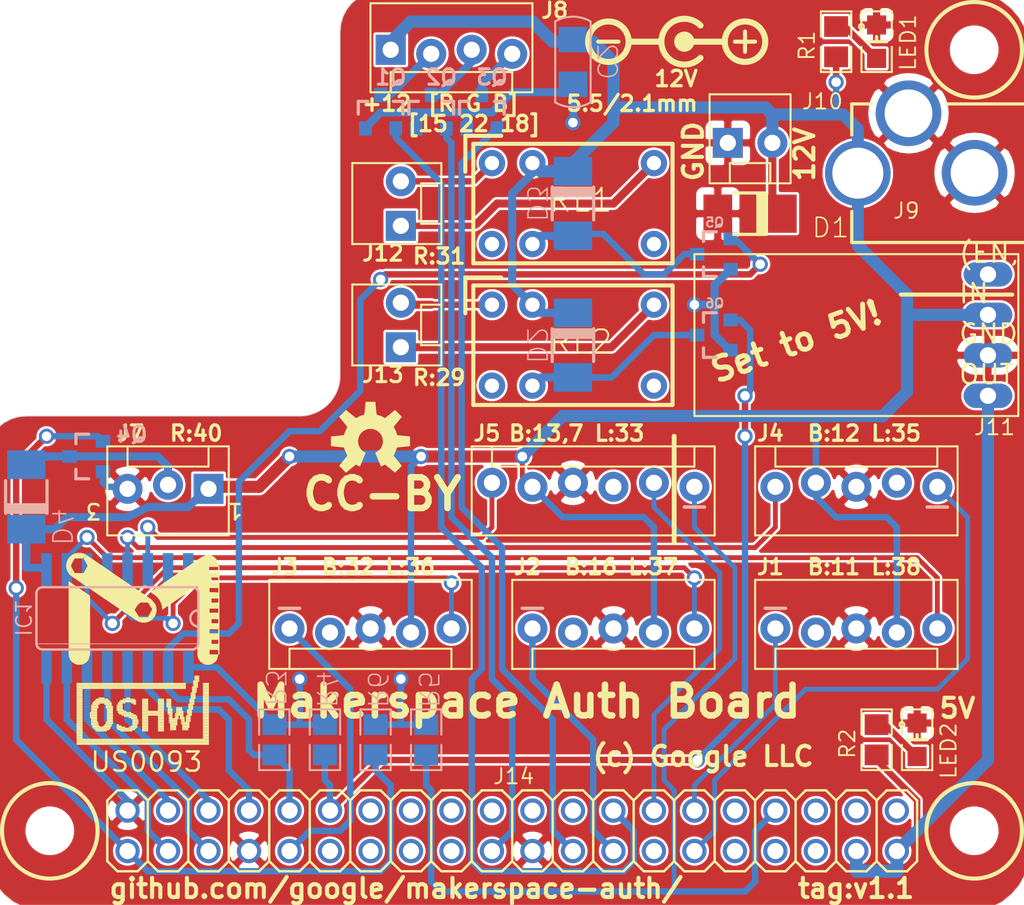
<source format=kicad_pcb>
(kicad_pcb (version 20171130) (host pcbnew 5.1.5+dfsg1-2~bpo10+1)
  (title_block (rev 1.1.0))
  (layers (0 Top signal hide) (31 Bottom signal hide) (34 B.Paste user hide) (35 F.Paste user hide) (36 B.SilkS user hide) (37 F.SilkS user) (38 B.Mask user hide) (39 F.Mask user hide) (44 Edge.Cuts user hide))
  (net 0 "")
  (net 1 GND)
  (net 2 +12V)
  (net 3 +5V)
  (net 4 /HC_LOGIC)
  (net 5 /L1_LOGIC)
  (net 6 /L2_LOGIC)
  (net 7 /L3_LOGIC)
  (net 8 /L4_LOGIC)
  (net 9 /L5_LOGIC)
  (net 10 /B3_LOGIC)
  (net 11 /L6_LOGIC)
  (net 12 "Net-(J14-Pad30)")
  (net 13 /L7_LOGIC)
  (net 14 "Net-(J14-Pad28)")
  (net 15 "Net-(J14-Pad27)")
  (net 16 "Net-(J14-Pad26)")
  (net 17 "Net-(J14-Pad25)")
  (net 18 "Net-(J14-Pad24)")
  (net 19 "Net-(J14-Pad23)")
  (net 20 /G_LOGIC)
  (net 21 "Net-(J14-Pad21)")
  (net 22 "Net-(J14-Pad19)")
  (net 23 /B_LOGIC)
  (net 24 "Net-(J14-Pad17)")
  (net 25 /B2_LOGIC)
  (net 26 /R_LOGIC)
  (net 27 "Net-(J14-Pad14)")
  (net 28 /B5_LOGIC)
  (net 29 /B4_LOGIC)
  (net 30 /B1_LOGIC)
  (net 31 /RXD)
  (net 32 "Net-(J14-Pad9)")
  (net 33 /TXD)
  (net 34 /B6_LOGIC)
  (net 35 "Net-(J14-Pad6)")
  (net 36 "Net-(J14-Pad5)")
  (net 37 "Net-(J14-Pad3)")
  (net 38 /+3V3)
  (net 39 /~L1)
  (net 40 /~L2)
  (net 41 /~L3)
  (net 42 /~L4)
  (net 43 /~L5)
  (net 44 /~L6)
  (net 45 "Net-(IC1-Pad16)")
  (net 46 "Net-(LED1-PadA)")
  (net 47 "Net-(LED2-PadA)")
  (net 48 "Net-(J1-Pad2)")
  (net 49 "Net-(J2-Pad2)")
  (net 50 "Net-(J3-Pad2)")
  (net 51 "Net-(J4-Pad2)")
  (net 52 "Net-(D4-PadA)")
  (net 53 "Net-(J11-PadEN)")
  (net 54 /~R)
  (net 55 /~G)
  (net 56 /~B)
  (net 57 "Net-(D3-PadA)")
  (net 58 "Net-(D2-PadA)")
  (net 59 "Net-(RL1-Pad6)")
  (net 60 "Net-(RL1-Pad4)")
  (net 61 "Net-(J12-Pad1)")
  (net 62 "Net-(J12-Pad2)")
  (net 63 "Net-(RL2-Pad6)")
  (net 64 "Net-(RL2-Pad4)")
  (net 65 "Net-(J13-Pad1)")
  (net 66 "Net-(J13-Pad2)")
  (net 67 "Net-(J5-Pad3)")
  (module "" (layer Top) (at 177.7492 128.8161)
    (fp_text reference @HOLE0 hide)
    (fp_text value "" (at 0 0) (layer F.SilkS) (effects (font (size 1.27 1.27))))
    (pad "" np_thru_hole circle (at 0 0) (size 2.7432 2.7432) (drill 2.7432) (layers *.Cu *.Mask))
  )
  (module "" (layer Top) (at 119.761 128.8161)
    (fp_text reference @HOLE1 hide)
    (fp_text value "" (at 0 0) (layer F.SilkS) (effects (font (size 1.27 1.27))))
    (pad "" np_thru_hole circle (at 0 0) (size 2.7432 2.7432) (drill 2.7432) (layers *.Cu *.Mask))
  )
  (module "" (layer Top) (at 177.7492 79.7941)
    (fp_text reference @HOLE2 hide)
    (fp_text value "" (at 0 0) (layer F.SilkS) (effects (font (size 1.27 1.27))))
    (pad "" np_thru_hole circle (at 0 0) (size 2.7432 2.7432) (drill 2.7432) (layers *.Cu *.Mask))
  )
  (module ms_auth_breakout:2X20 (layer Top) (at 148.7678 128.8161 180)
    (fp_text reference J14 (at 1.27 2.8575) (layer F.SilkS) (effects (font (size 0.9652 0.9652) (thickness 0.115824)) (justify left bottom)))
    (fp_text value PINHD-2X20)
    (pad 40 thru_hole circle (at 24.13 -1.27 180) (size 1.524 1.524) (drill 1.016) (layers *.Cu *.Mask) (net 4 /HC_LOGIC))
    (pad 39 thru_hole circle (at 24.13 1.27 180) (size 1.524 1.524) (drill 1.016) (layers *.Cu *.Mask) (net 1 GND))
    (pad 38 thru_hole circle (at 21.59 -1.27 180) (size 1.524 1.524) (drill 1.016) (layers *.Cu *.Mask) (net 5 /L1_LOGIC))
    (pad 37 thru_hole circle (at 21.59 1.27 180) (size 1.524 1.524) (drill 1.016) (layers *.Cu *.Mask) (net 6 /L2_LOGIC))
    (pad 36 thru_hole circle (at 19.05 -1.27 180) (size 1.524 1.524) (drill 1.016) (layers *.Cu *.Mask) (net 7 /L3_LOGIC))
    (pad 35 thru_hole circle (at 19.05 1.27 180) (size 1.524 1.524) (drill 1.016) (layers *.Cu *.Mask) (net 8 /L4_LOGIC))
    (pad 34 thru_hole circle (at 16.51 -1.27 180) (size 1.524 1.524) (drill 1.016) (layers *.Cu *.Mask) (net 1 GND))
    (pad 33 thru_hole circle (at 16.51 1.27 180) (size 1.524 1.524) (drill 1.016) (layers *.Cu *.Mask) (net 9 /L5_LOGIC))
    (pad 32 thru_hole circle (at 13.97 -1.27 180) (size 1.524 1.524) (drill 1.016) (layers *.Cu *.Mask) (net 10 /B3_LOGIC))
    (pad 31 thru_hole circle (at 13.97 1.27 180) (size 1.524 1.524) (drill 1.016) (layers *.Cu *.Mask) (net 11 /L6_LOGIC))
    (pad 30 thru_hole circle (at 11.43 -1.27 180) (size 1.524 1.524) (drill 1.016) (layers *.Cu *.Mask) (net 12 "Net-(J14-Pad30)"))
    (pad 29 thru_hole circle (at 11.43 1.27 180) (size 1.524 1.524) (drill 1.016) (layers *.Cu *.Mask) (net 13 /L7_LOGIC))
    (pad 28 thru_hole circle (at 8.89 -1.27 180) (size 1.524 1.524) (drill 1.016) (layers *.Cu *.Mask) (net 14 "Net-(J14-Pad28)"))
    (pad 27 thru_hole circle (at 8.89 1.27 180) (size 1.524 1.524) (drill 1.016) (layers *.Cu *.Mask) (net 15 "Net-(J14-Pad27)"))
    (pad 26 thru_hole circle (at 6.35 -1.27 180) (size 1.524 1.524) (drill 1.016) (layers *.Cu *.Mask) (net 16 "Net-(J14-Pad26)"))
    (pad 25 thru_hole circle (at 6.35 1.27 180) (size 1.524 1.524) (drill 1.016) (layers *.Cu *.Mask) (net 17 "Net-(J14-Pad25)"))
    (pad 24 thru_hole circle (at 3.81 -1.27 180) (size 1.524 1.524) (drill 1.016) (layers *.Cu *.Mask) (net 18 "Net-(J14-Pad24)"))
    (pad 23 thru_hole circle (at 3.81 1.27 180) (size 1.524 1.524) (drill 1.016) (layers *.Cu *.Mask) (net 19 "Net-(J14-Pad23)"))
    (pad 22 thru_hole circle (at 1.27 -1.27 180) (size 1.524 1.524) (drill 1.016) (layers *.Cu *.Mask) (net 20 /G_LOGIC))
    (pad 21 thru_hole circle (at 1.27 1.27 180) (size 1.524 1.524) (drill 1.016) (layers *.Cu *.Mask) (net 21 "Net-(J14-Pad21)"))
    (pad 20 thru_hole circle (at -1.27 -1.27 180) (size 1.524 1.524) (drill 1.016) (layers *.Cu *.Mask) (net 1 GND))
    (pad 19 thru_hole circle (at -1.27 1.27 180) (size 1.524 1.524) (drill 1.016) (layers *.Cu *.Mask) (net 22 "Net-(J14-Pad19)"))
    (pad 18 thru_hole circle (at -3.81 -1.27 180) (size 1.524 1.524) (drill 1.016) (layers *.Cu *.Mask) (net 23 /B_LOGIC))
    (pad 17 thru_hole circle (at -3.81 1.27 180) (size 1.524 1.524) (drill 1.016) (layers *.Cu *.Mask) (net 24 "Net-(J14-Pad17)"))
    (pad 16 thru_hole circle (at -6.35 -1.27 180) (size 1.524 1.524) (drill 1.016) (layers *.Cu *.Mask) (net 25 /B2_LOGIC))
    (pad 15 thru_hole circle (at -6.35 1.27 180) (size 1.524 1.524) (drill 1.016) (layers *.Cu *.Mask) (net 26 /R_LOGIC))
    (pad 14 thru_hole circle (at -8.89 -1.27 180) (size 1.524 1.524) (drill 1.016) (layers *.Cu *.Mask) (net 27 "Net-(J14-Pad14)"))
    (pad 13 thru_hole circle (at -8.89 1.27 180) (size 1.524 1.524) (drill 1.016) (layers *.Cu *.Mask) (net 28 /B5_LOGIC))
    (pad 12 thru_hole circle (at -11.43 -1.27 180) (size 1.524 1.524) (drill 1.016) (layers *.Cu *.Mask) (net 29 /B4_LOGIC))
    (pad 11 thru_hole circle (at -11.43 1.27 180) (size 1.524 1.524) (drill 1.016) (layers *.Cu *.Mask) (net 30 /B1_LOGIC))
    (pad 10 thru_hole circle (at -13.97 -1.27 180) (size 1.524 1.524) (drill 1.016) (layers *.Cu *.Mask) (net 31 /RXD))
    (pad 9 thru_hole circle (at -13.97 1.27 180) (size 1.524 1.524) (drill 1.016) (layers *.Cu *.Mask) (net 32 "Net-(J14-Pad9)"))
    (pad 8 thru_hole circle (at -16.51 -1.27 180) (size 1.524 1.524) (drill 1.016) (layers *.Cu *.Mask) (net 33 /TXD))
    (pad 7 thru_hole circle (at -16.51 1.27 180) (size 1.524 1.524) (drill 1.016) (layers *.Cu *.Mask) (net 34 /B6_LOGIC))
    (pad 6 thru_hole circle (at -19.05 -1.27 180) (size 1.524 1.524) (drill 1.016) (layers *.Cu *.Mask) (net 35 "Net-(J14-Pad6)"))
    (pad 5 thru_hole circle (at -19.05 1.27 180) (size 1.524 1.524) (drill 1.016) (layers *.Cu *.Mask) (net 36 "Net-(J14-Pad5)"))
    (pad 4 thru_hole circle (at -21.59 -1.27 180) (size 1.524 1.524) (drill 1.016) (layers *.Cu *.Mask) (net 3 +5V))
    (pad 3 thru_hole circle (at -21.59 1.27 180) (size 1.524 1.524) (drill 1.016) (layers *.Cu *.Mask) (net 37 "Net-(J14-Pad3)"))
    (pad 2 thru_hole circle (at -24.13 -1.27 180) (size 1.524 1.524) (drill 1.016) (layers *.Cu *.Mask) (net 3 +5V))
    (pad 1 thru_hole circle (at -24.13 1.27 180) (size 1.524 1.524) (drill 1.016) (layers *.Cu *.Mask) (net 38 /+3V3))
  )
  (module ms_auth_breakout:SO16 (layer Bottom) (at 124.0028 115.4811 180)
    (fp_text reference IC1 (at 6.5028 1.2811 270 unlocked) (layer B.SilkS) (effects (font (size 0.9652 0.9652) (thickness 0.115824)) (justify right bottom mirror)))
    (fp_text value ULN2003AD hide)
    (pad 9 smd rect (at 4.445 3.0734 180) (size 0.6604 2.032) (layers Bottom B.Paste B.Mask) (net 2 +12V))
    (pad 8 smd rect (at 4.445 -3.0734 180) (size 0.6604 2.032) (layers Bottom B.Paste B.Mask) (net 1 GND))
    (pad 10 smd rect (at 3.175 3.0734 180) (size 0.6604 2.032) (layers Bottom B.Paste B.Mask) (net 39 /~L1))
    (pad 11 smd rect (at 1.905 3.0734 180) (size 0.6604 2.032) (layers Bottom B.Paste B.Mask) (net 40 /~L2))
    (pad 7 smd rect (at 3.175 -3.0734 180) (size 0.6604 2.032) (layers Bottom B.Paste B.Mask) (net 5 /L1_LOGIC))
    (pad 6 smd rect (at 1.905 -3.0734 180) (size 0.6604 2.032) (layers Bottom B.Paste B.Mask) (net 6 /L2_LOGIC))
    (pad 12 smd rect (at 0.635 3.0734 180) (size 0.6604 2.032) (layers Bottom B.Paste B.Mask) (net 41 /~L3))
    (pad 5 smd rect (at 0.635 -3.0734 180) (size 0.6604 2.032) (layers Bottom B.Paste B.Mask) (net 7 /L3_LOGIC))
    (pad 13 smd rect (at -0.635 3.0734 180) (size 0.6604 2.032) (layers Bottom B.Paste B.Mask) (net 42 /~L4))
    (pad 4 smd rect (at -0.635 -3.0734 180) (size 0.6604 2.032) (layers Bottom B.Paste B.Mask) (net 8 /L4_LOGIC))
    (pad 14 smd rect (at -1.905 3.0734 180) (size 0.6604 2.032) (layers Bottom B.Paste B.Mask) (net 43 /~L5))
    (pad 15 smd rect (at -3.175 3.0734 180) (size 0.6604 2.032) (layers Bottom B.Paste B.Mask) (net 44 /~L6))
    (pad 3 smd rect (at -1.905 -3.0734 180) (size 0.6604 2.032) (layers Bottom B.Paste B.Mask) (net 9 /L5_LOGIC))
    (pad 2 smd rect (at -3.175 -3.0734 180) (size 0.6604 2.032) (layers Bottom B.Paste B.Mask) (net 11 /L6_LOGIC))
    (pad 16 smd rect (at -4.445 3.0734 180) (size 0.6604 2.032) (layers Bottom B.Paste B.Mask) (net 45 "Net-(IC1-Pad16)"))
    (pad 1 smd rect (at -4.445 -3.0734 180) (size 0.6604 2.032) (layers Bottom B.Paste B.Mask) (net 1 GND))
  )
  (module ms_auth_breakout:MOLEX-1X2_LOCK (layer Top) (at 162.4203 85.6361)
    (fp_text reference J10 (at 4.445 -2.032) (layer F.SilkS) (effects (font (size 0.9652 0.9652) (thickness 0.115824)) (justify left bottom)))
    (fp_text value CONN_02POLAR_LOCK)
    (pad 2 thru_hole circle (at 2.667 0) (size 1.8796 1.8796) (drill 1.016) (layers *.Cu *.Mask) (net 2 +12V))
    (pad 1 thru_hole rect (at -0.127 0) (size 1.8796 1.8796) (drill 1.016) (layers *.Cu *.Mask) (net 1 GND))
  )
  (module ms_auth_breakout:DO-214AC (layer Top) (at 163.6903 90.0811 180)
    (fp_text reference D1 (at -3.81 -1.5875) (layer F.SilkS) (effects (font (size 1.2065 1.2065) (thickness 0.09652)) (justify left bottom)))
    (fp_text value DIODE-DO-214AC)
    (pad A smd rect (at 2.025 0) (size 1.8 2.4) (layers Top F.Paste F.Mask) (net 1 GND))
    (pad C smd rect (at -2.025 0 180) (size 1.8 2.4) (layers Top F.Paste F.Mask) (net 2 +12V))
  )
  (module ms_auth_breakout:CHIPLED_0805 (layer Top) (at 171.6278 79.2861)
    (fp_text reference LED1 (at 2.54 1.905 90) (layer F.SilkS) (effects (font (size 0.9652 0.9652) (thickness 0.115824)) (justify left bottom)))
    (fp_text value LED hide)
    (pad A smd rect (at 0 1.05) (size 1.2 1.2) (layers Top F.Paste F.Mask) (net 46 "Net-(LED1-PadA)"))
    (pad C smd rect (at 0 -1.05) (size 1.2 1.2) (layers Top F.Paste F.Mask) (net 1 GND))
  )
  (module ms_auth_breakout:CHIPLED_0805 (layer Top) (at 174.1678 123.1011)
    (fp_text reference LED2 (at 2.54 2.54 90) (layer F.SilkS) (effects (font (size 0.9652 0.9652) (thickness 0.115824)) (justify left bottom)))
    (fp_text value LED hide)
    (pad A smd rect (at 0 1.05) (size 1.2 1.2) (layers Top F.Paste F.Mask) (net 47 "Net-(LED2-PadA)"))
    (pad C smd rect (at 0 -1.05) (size 1.2 1.2) (layers Top F.Paste F.Mask) (net 1 GND))
  )
  (module ms_auth_breakout:R0805 (layer Top) (at 171.6278 123.1011 270)
    (fp_text reference R2 (at 1.27 1.27 90) (layer F.SilkS) (effects (font (size 0.9652 0.9652) (thickness 0.115824)) (justify left bottom)))
    (fp_text value 560 hide)
    (pad 2 smd rect (at 0.95 0 270) (size 1.3 1.5) (layers Top F.Paste F.Mask) (net 3 +5V))
    (pad 1 smd rect (at -0.95 0 270) (size 1.3 1.5) (layers Top F.Paste F.Mask) (net 47 "Net-(LED2-PadA)"))
  )
  (module ms_auth_breakout:R0805 (layer Top) (at 169.0878 79.2861 270)
    (fp_text reference R1 (at 1.27 1.27 90) (layer F.SilkS) (effects (font (size 0.9652 0.9652) (thickness 0.115824)) (justify left bottom)))
    (fp_text value 1k hide)
    (pad 2 smd rect (at 0.95 0 270) (size 1.3 1.5) (layers Top F.Paste F.Mask) (net 2 +12V))
    (pad 1 smd rect (at -0.95 0 270) (size 1.3 1.5) (layers Top F.Paste F.Mask) (net 46 "Net-(LED1-PadA)"))
  )
  (module ms_auth_breakout:MOLEX-1X5_LOCK (layer Top) (at 165.2778 116.1161)
    (fp_text reference J1 (at -1.27 -3.302) (layer F.SilkS) (effects (font (size 0.9652 0.9652) (thickness 0.19304)) (justify left bottom)))
    (fp_text value CONN_05POLAR_LOCK)
    (pad 5 thru_hole circle (at 10.16 0) (size 1.8796 1.8796) (drill 1.016) (layers *.Cu *.Mask) (net 39 /~L1))
    (pad 4 thru_hole circle (at 7.62 0.254) (size 1.8796 1.8796) (drill 1.016) (layers *.Cu *.Mask) (net 2 +12V))
    (pad 3 thru_hole circle (at 5.08 0) (size 1.8796 1.8796) (drill 1.016) (layers *.Cu *.Mask) (net 1 GND))
    (pad 2 thru_hole circle (at 2.54 0.254) (size 1.8796 1.8796) (drill 1.016) (layers *.Cu *.Mask) (net 48 "Net-(J1-Pad2)"))
    (pad 1 thru_hole circle (at 0 0) (size 1.8796 1.8796) (drill 1.016) (layers *.Cu *.Mask) (net 30 /B1_LOGIC))
  )
  (module ms_auth_breakout:MOLEX-1X5_LOCK (layer Top) (at 150.0378 116.1161)
    (fp_text reference J2 (at -1.27 -3.302) (layer F.SilkS) (effects (font (size 0.9652 0.9652) (thickness 0.19304)) (justify left bottom)))
    (fp_text value CONN_05POLAR_LOCK)
    (pad 5 thru_hole circle (at 10.16 0) (size 1.8796 1.8796) (drill 1.016) (layers *.Cu *.Mask) (net 40 /~L2))
    (pad 4 thru_hole circle (at 7.62 0.254) (size 1.8796 1.8796) (drill 1.016) (layers *.Cu *.Mask) (net 2 +12V))
    (pad 3 thru_hole circle (at 5.08 0) (size 1.8796 1.8796) (drill 1.016) (layers *.Cu *.Mask) (net 1 GND))
    (pad 2 thru_hole circle (at 2.54 0.254) (size 1.8796 1.8796) (drill 1.016) (layers *.Cu *.Mask) (net 49 "Net-(J2-Pad2)"))
    (pad 1 thru_hole circle (at 0 0) (size 1.8796 1.8796) (drill 1.016) (layers *.Cu *.Mask) (net 25 /B2_LOGIC))
  )
  (module ms_auth_breakout:MOLEX-1X5_LOCK (layer Top) (at 134.7978 116.1161)
    (fp_text reference J3 (at -1.27 -3.302) (layer F.SilkS) (effects (font (size 0.9652 0.9652) (thickness 0.19304)) (justify left bottom)))
    (fp_text value CONN_05POLAR_LOCK)
    (pad 5 thru_hole circle (at 10.16 0) (size 1.8796 1.8796) (drill 1.016) (layers *.Cu *.Mask) (net 41 /~L3))
    (pad 4 thru_hole circle (at 7.62 0.254) (size 1.8796 1.8796) (drill 1.016) (layers *.Cu *.Mask) (net 2 +12V))
    (pad 3 thru_hole circle (at 5.08 0) (size 1.8796 1.8796) (drill 1.016) (layers *.Cu *.Mask) (net 1 GND))
    (pad 2 thru_hole circle (at 2.54 0.254) (size 1.8796 1.8796) (drill 1.016) (layers *.Cu *.Mask) (net 50 "Net-(J3-Pad2)"))
    (pad 1 thru_hole circle (at 0 0) (size 1.8796 1.8796) (drill 1.016) (layers *.Cu *.Mask) (net 10 /B3_LOGIC))
  )
  (module ms_auth_breakout:MOLEX-1X5_LOCK (layer Top) (at 175.4378 107.2261 180)
    (fp_text reference J4 (at 11.43 2.794) (layer F.SilkS) (effects (font (size 0.9652 0.9652) (thickness 0.19304)) (justify left bottom)))
    (fp_text value CONN_05POLAR_LOCK)
    (pad 5 thru_hole circle (at 10.16 0 180) (size 1.8796 1.8796) (drill 1.016) (layers *.Cu *.Mask) (net 42 /~L4))
    (pad 4 thru_hole circle (at 7.62 0.254 180) (size 1.8796 1.8796) (drill 1.016) (layers *.Cu *.Mask) (net 2 +12V))
    (pad 3 thru_hole circle (at 5.08 0 180) (size 1.8796 1.8796) (drill 1.016) (layers *.Cu *.Mask) (net 1 GND))
    (pad 2 thru_hole circle (at 2.54 0.254 180) (size 1.8796 1.8796) (drill 1.016) (layers *.Cu *.Mask) (net 51 "Net-(J4-Pad2)"))
    (pad 1 thru_hole circle (at 0 0 180) (size 1.8796 1.8796) (drill 1.016) (layers *.Cu *.Mask) (net 29 /B4_LOGIC))
  )
  (module ms_auth_breakout:MOLEX-1X3_LOCK (layer Top) (at 129.7178 107.2261 180)
    (fp_text reference J7 (at 5.842 2.794) (layer F.SilkS) (effects (font (size 0.9652 0.9652) (thickness 0.19304)) (justify left bottom)))
    (fp_text value CONN_03POLAR_LOCK)
    (pad 3 thru_hole circle (at 5.08 -0.127 180) (size 1.8796 1.8796) (drill 1.016) (layers *.Cu *.Mask) (net 1 GND))
    (pad 2 thru_hole circle (at 2.54 0.127 180) (size 1.8796 1.8796) (drill 1.016) (layers *.Cu *.Mask) (net 52 "Net-(D4-PadA)"))
    (pad 1 thru_hole rect (at 0 -0.127 180) (size 1.8796 1.8796) (drill 1.016) (layers *.Cu *.Mask) (net 2 +12V))
  )
  (module ms_auth_breakout:POWER_JACK_PTH_LOCK (layer Top) (at 184.3278 87.5411 90)
    (fp_text reference J9 (at -2.921 -11.7348) (layer F.SilkS) (effects (font (size 0.9652 0.9652) (thickness 0.115824)) (justify left bottom)))
    (fp_text value POWER_JACKPTH_LOCK hide)
    (pad GNDBREAK thru_hole circle (at 3.7616 -10.7 180) (size 4.1148 4.1148) (drill 2.9972) (layers *.Cu *.Mask) (net 1 GND))
    (pad GND thru_hole circle (at 0.0254 -6.557 90) (size 4.1148 4.1148) (drill 2.9972) (layers *.Cu *.Mask) (net 1 GND))
    (pad PWR thru_hole circle (at 0 -13.8778 90) (size 4.1148 4.1148) (drill 3.2) (layers *.Cu *.Mask) (net 2 +12V))
  )
  (module ms_auth_breakout:C1206 (layer Bottom) (at 152.5778 80.5561 270)
    (fp_text reference C2 (at -1.27 -1.4222 270 unlocked) (layer B.SilkS) (effects (font (size 1.2065 1.2065) (thickness 0.09652)) (justify right bottom mirror)))
    (fp_text value 47u)
    (pad 2 smd rect (at 1.4 0 270) (size 1.6 1.8) (layers Bottom B.Paste B.Mask) (net 1 GND))
    (pad 1 smd rect (at -1.4 0 270) (size 1.6 1.8) (layers Bottom B.Paste B.Mask) (net 2 +12V))
  )
  (module ms_auth_breakout:MS_LOGO_VECTOR (layer Top) (at 120.5103 118.6561)
    (fp_text reference U$1 hide)
    (fp_text value MS_LOGO hide)
  )
  (module ms_auth_breakout:BUCK_HORIZONTAL (layer Top) (at 178.6128 98.9711 180)
    (fp_text reference J11 hide)
    (fp_text value BUCK_MODULEHORIZONTAL hide)
    (fp_text user "(EN, float)" (at 1.905 5.715 180) (layer F.SilkS) (effects (font (size 1.2065 1.2065) (thickness 0.1524)) (justify left bottom)))
    (fp_text user OUT (at 1.905 -1.905 180) (layer F.SilkS) (effects (font (size 1.2065 1.2065) (thickness 0.1524)) (justify left bottom)))
    (fp_text user GND (at 1.905 0.635 180) (layer F.SilkS) (effects (font (size 1.2065 1.2065) (thickness 0.1524)) (justify left bottom)))
    (fp_text user IN (at 1.905 3.175 180) (layer F.SilkS) (effects (font (size 1.2065 1.2065) (thickness 0.1524)) (justify left bottom)))
    (pad EN thru_hole oval (at 0 5.08 180) (size 3.048 1.524) (drill 1.016) (layers *.Cu *.Mask) (net 53 "Net-(J11-PadEN)"))
    (pad IN thru_hole oval (at 0 2.54 180) (size 3.048 1.524) (drill 1.016) (layers *.Cu *.Mask) (net 2 +12V))
    (pad GND thru_hole oval (at 0 0 180) (size 3.048 1.524) (drill 1.016) (layers *.Cu *.Mask) (net 1 GND))
    (pad OUT thru_hole oval (at 0 -2.54 180) (size 3.048 1.524) (drill 1.016) (layers *.Cu *.Mask) (net 3 +5V))
  )
  (module ms_auth_breakout:SOT23-3 (layer Bottom) (at 140.5128 83.7311 180)
    (fp_text reference Q1 (at -0.635 1.651) (layer B.SilkS) (effects (font (size 0.9652 0.9652) (thickness 0.19304)) (justify bottom mirror)))
    (fp_text value DMN3023L)
    (pad 3 smd rect (at 0 1.1 180) (size 0.8 0.9) (layers Bottom B.Paste B.Mask) (net 54 /~R))
    (pad 2 smd rect (at 0.95 -1 180) (size 0.8 0.9) (layers Bottom B.Paste B.Mask) (net 1 GND))
    (pad 1 smd rect (at -0.95 -1 180) (size 0.8 0.9) (layers Bottom B.Paste B.Mask) (net 26 /R_LOGIC))
  )
  (module ms_auth_breakout:SOT23-3 (layer Bottom) (at 143.6878 83.7311 180)
    (fp_text reference Q2 (at -0.635 1.651) (layer B.SilkS) (effects (font (size 0.9652 0.9652) (thickness 0.19304)) (justify bottom mirror)))
    (fp_text value DMN3023L)
    (pad 3 smd rect (at 0 1.1 180) (size 0.8 0.9) (layers Bottom B.Paste B.Mask) (net 55 /~G))
    (pad 2 smd rect (at 0.95 -1 180) (size 0.8 0.9) (layers Bottom B.Paste B.Mask) (net 1 GND))
    (pad 1 smd rect (at -0.95 -1 180) (size 0.8 0.9) (layers Bottom B.Paste B.Mask) (net 20 /G_LOGIC))
  )
  (module ms_auth_breakout:SOT23-3 (layer Bottom) (at 146.8628 83.7311 180)
    (fp_text reference Q3 (at -0.635 1.651) (layer B.SilkS) (effects (font (size 0.9652 0.9652) (thickness 0.19304)) (justify bottom mirror)))
    (fp_text value DMN3023L)
    (pad 3 smd rect (at 0 1.1 180) (size 0.8 0.9) (layers Bottom B.Paste B.Mask) (net 56 /~B))
    (pad 2 smd rect (at 0.95 -1 180) (size 0.8 0.9) (layers Bottom B.Paste B.Mask) (net 1 GND))
    (pad 1 smd rect (at -0.95 -1 180) (size 0.8 0.9) (layers Bottom B.Paste B.Mask) (net 23 /B_LOGIC))
  )
  (module ms_auth_breakout:SOT23-3 (layer Bottom) (at 122.0978 105.3211 270)
    (fp_text reference Q4 (at -0.8211 -2.8022 180) (layer B.SilkS) (effects (font (size 0.9652 0.9652) (thickness 0.19304)) (justify bottom mirror)))
    (fp_text value DMN3023L)
    (pad 3 smd rect (at 0 1.1 270) (size 0.8 0.9) (layers Bottom B.Paste B.Mask) (net 52 "Net-(D4-PadA)"))
    (pad 2 smd rect (at 0.95 -1 270) (size 0.8 0.9) (layers Bottom B.Paste B.Mask) (net 1 GND))
    (pad 1 smd rect (at -0.95 -1 270) (size 0.8 0.9) (layers Bottom B.Paste B.Mask) (net 4 /HC_LOGIC))
  )
  (module ms_auth_breakout:OSHW-LOGO-M (layer Top) (at 139.8778 104.3686)
    (fp_text reference LOGO1 hide)
    (fp_text value OSHW-LOGOM hide)
  )
  (module ms_auth_breakout:SOT23-3 (layer Bottom) (at 161.4678 92.6211 270)
    (fp_text reference Q5 (at -1.651 0 180) (layer B.SilkS) (effects (font (size 0.57912 0.57912) (thickness 0.12192)) (justify bottom mirror)))
    (fp_text value DMN3023L)
    (pad 3 smd rect (at 0 1.1 270) (size 0.8 0.9) (layers Bottom B.Paste B.Mask) (net 57 "Net-(D3-PadA)"))
    (pad 2 smd rect (at 0.95 -1 270) (size 0.8 0.9) (layers Bottom B.Paste B.Mask) (net 1 GND))
    (pad 1 smd rect (at -0.95 -1 270) (size 0.8 0.9) (layers Bottom B.Paste B.Mask) (net 11 /L6_LOGIC))
  )
  (module ms_auth_breakout:SOT23-3 (layer Bottom) (at 161.4678 97.7011 270)
    (fp_text reference Q6 (at -1.651 0 180) (layer B.SilkS) (effects (font (size 0.57912 0.57912) (thickness 0.12192)) (justify bottom mirror)))
    (fp_text value DMN3023L)
    (pad 3 smd rect (at 0 1.1 270) (size 0.8 0.9) (layers Bottom B.Paste B.Mask) (net 58 "Net-(D2-PadA)"))
    (pad 2 smd rect (at 0.95 -1 270) (size 0.8 0.9) (layers Bottom B.Paste B.Mask) (net 1 GND))
    (pad 1 smd rect (at -0.95 -1 270) (size 0.8 0.9) (layers Bottom B.Paste B.Mask) (net 13 /L7_LOGIC))
  )
  (module ms_auth_breakout:HFD23 (layer Top) (at 152.5778 89.4461)
    (fp_text reference RL1 (at -1.5875 0.635) (layer F.SilkS) (effects (font (size 1.4478 1.4478) (thickness 0.115824)) (justify left bottom)))
    (fp_text value HFD23_SPDT hide)
    (pad 6 thru_hole circle (at -5.08 2.54) (size 1.651 1.651) (drill 0.9) (layers *.Cu *.Mask) (net 59 "Net-(RL1-Pad6)"))
    (pad 5 thru_hole circle (at -2.54 2.54) (size 1.651 1.651) (drill 0.9) (layers *.Cu *.Mask) (net 57 "Net-(D3-PadA)"))
    (pad 4 thru_hole circle (at 5.08 2.54) (size 1.651 1.651) (drill 0.9) (layers *.Cu *.Mask) (net 60 "Net-(RL1-Pad4)"))
    (pad 3 thru_hole circle (at 5.08 -2.54) (size 1.651 1.651) (drill 0.9) (layers *.Cu *.Mask) (net 61 "Net-(J12-Pad1)"))
    (pad 2 thru_hole circle (at -2.54 -2.54) (size 1.651 1.651) (drill 0.9) (layers *.Cu *.Mask) (net 2 +12V))
    (pad 1 thru_hole circle (at -5.08 -2.54) (size 1.651 1.651) (drill 0.9) (layers *.Cu *.Mask) (net 62 "Net-(J12-Pad2)"))
  )
  (module ms_auth_breakout:HFD23 (layer Top) (at 152.5778 98.3361)
    (fp_text reference RL2 (at -1.5875 0.635) (layer F.SilkS) (effects (font (size 1.4478 1.4478) (thickness 0.115824)) (justify left bottom)))
    (fp_text value HFD23_SPDT hide)
    (pad 6 thru_hole circle (at -5.08 2.54) (size 1.651 1.651) (drill 0.9) (layers *.Cu *.Mask) (net 63 "Net-(RL2-Pad6)"))
    (pad 5 thru_hole circle (at -2.54 2.54) (size 1.651 1.651) (drill 0.9) (layers *.Cu *.Mask) (net 58 "Net-(D2-PadA)"))
    (pad 4 thru_hole circle (at 5.08 2.54) (size 1.651 1.651) (drill 0.9) (layers *.Cu *.Mask) (net 64 "Net-(RL2-Pad4)"))
    (pad 3 thru_hole circle (at 5.08 -2.54) (size 1.651 1.651) (drill 0.9) (layers *.Cu *.Mask) (net 65 "Net-(J13-Pad1)"))
    (pad 2 thru_hole circle (at -2.54 -2.54) (size 1.651 1.651) (drill 0.9) (layers *.Cu *.Mask) (net 2 +12V))
    (pad 1 thru_hole circle (at -5.08 -2.54) (size 1.651 1.651) (drill 0.9) (layers *.Cu *.Mask) (net 66 "Net-(J13-Pad2)"))
  )
  (module ms_auth_breakout:MOLEX-1X2_LOCK (layer Top) (at 141.7828 98.3361 90)
    (fp_text reference J13 (at -2.413 -2.54) (layer F.SilkS) (effects (font (size 0.9652 0.9652) (thickness 0.19304)) (justify left bottom)))
    (fp_text value CONN_02POLAR_LOCK)
    (pad 2 thru_hole circle (at 2.667 0 90) (size 1.8796 1.8796) (drill 1.016) (layers *.Cu *.Mask) (net 66 "Net-(J13-Pad2)"))
    (pad 1 thru_hole rect (at -0.127 0 90) (size 1.8796 1.8796) (drill 1.016) (layers *.Cu *.Mask) (net 65 "Net-(J13-Pad1)"))
  )
  (module ms_auth_breakout:MOLEX-1X2_LOCK (layer Top) (at 141.7828 90.7161 90)
    (fp_text reference J12 (at -2.413 -2.54) (layer F.SilkS) (effects (font (size 0.9652 0.9652) (thickness 0.19304)) (justify left bottom)))
    (fp_text value CONN_02POLAR_LOCK)
    (pad 2 thru_hole circle (at 2.667 0 90) (size 1.8796 1.8796) (drill 1.016) (layers *.Cu *.Mask) (net 62 "Net-(J12-Pad2)"))
    (pad 1 thru_hole rect (at -0.127 0 90) (size 1.8796 1.8796) (drill 1.016) (layers *.Cu *.Mask) (net 61 "Net-(J12-Pad1)"))
  )
  (module ms_auth_breakout:MOLEX-1X4_LOCK (layer Top) (at 141.1478 79.9211)
    (fp_text reference J8 (at 9.3345 -2.032) (layer F.SilkS) (effects (font (size 0.9652 0.9652) (thickness 0.19304)) (justify left bottom)))
    (fp_text value CONN_04POLAR_LOCK)
    (pad 4 thru_hole circle (at 7.62 0.127) (size 1.8796 1.8796) (drill 1.016) (layers *.Cu *.Mask) (net 56 /~B))
    (pad 3 thru_hole circle (at 5.08 -0.127) (size 1.8796 1.8796) (drill 1.016) (layers *.Cu *.Mask) (net 55 /~G))
    (pad 2 thru_hole circle (at 2.54 0.127) (size 1.8796 1.8796) (drill 1.016) (layers *.Cu *.Mask) (net 54 /~R))
    (pad 1 thru_hole rect (at 0 -0.127) (size 1.8796 1.8796) (drill 1.016) (layers *.Cu *.Mask) (net 2 +12V))
  )
  (module ms_auth_breakout:DO-214AC (layer Bottom) (at 152.5778 98.3361 270)
    (fp_text reference D2 (at -1.2361 2.9778 270 unlocked) (layer B.SilkS) (effects (font (size 1.2065 1.2065) (thickness 0.09652)) (justify right bottom mirror)))
    (fp_text value DIODE-DO-214AC)
    (pad A smd rect (at 2.025 0 90) (size 1.8 2.4) (layers Bottom B.Paste B.Mask) (net 58 "Net-(D2-PadA)"))
    (pad C smd rect (at -2.025 0 270) (size 1.8 2.4) (layers Bottom B.Paste B.Mask) (net 2 +12V))
  )
  (module ms_auth_breakout:DO-214AC (layer Bottom) (at 152.5778 89.4461 270)
    (fp_text reference D3 (at -1.2461 2.9778 270 unlocked) (layer B.SilkS) (effects (font (size 1.2065 1.2065) (thickness 0.09652)) (justify right bottom mirror)))
    (fp_text value DIODE-DO-214AC)
    (pad A smd rect (at 2.025 0 90) (size 1.8 2.4) (layers Bottom B.Paste B.Mask) (net 57 "Net-(D3-PadA)"))
    (pad C smd rect (at -2.025 0 270) (size 1.8 2.4) (layers Bottom B.Paste B.Mask) (net 2 +12V))
  )
  (module ms_auth_breakout:DO-214AC (layer Bottom) (at 118.2878 107.8611 90)
    (fp_text reference D4 (at -0.6389 1.5122 270 unlocked) (layer B.SilkS) (effects (font (size 1.2065 1.2065) (thickness 0.1016)) (justify right bottom mirror)))
    (fp_text value DIODE-DO-214AC)
    (pad A smd rect (at 2.025 0 270) (size 1.8 2.4) (layers Bottom B.Paste B.Mask) (net 52 "Net-(D4-PadA)"))
    (pad C smd rect (at -2.025 0 90) (size 1.8 2.4) (layers Bottom B.Paste B.Mask) (net 2 +12V))
  )
  (module ms_auth_breakout:R0805 (layer Bottom) (at 133.8453 123.1011 270)
    (fp_text reference R3 (at -4.5011 0.6453 270 unlocked) (layer B.SilkS) (effects (font (size 1.2065 1.2065) (thickness 0.09652)) (justify right bottom mirror)))
    (fp_text value 10k)
    (pad 2 smd rect (at 0.95 0 270) (size 1.3 1.5) (layers Bottom B.Paste B.Mask) (net 11 /L6_LOGIC))
    (pad 1 smd rect (at -0.95 0 270) (size 1.3 1.5) (layers Bottom B.Paste B.Mask) (net 1 GND))
  )
  (module ms_auth_breakout:R0805 (layer Bottom) (at 137.0203 123.1011 270)
    (fp_text reference R4 (at -4.4011 0.6203 270 unlocked) (layer B.SilkS) (effects (font (size 1.2065 1.2065) (thickness 0.09652)) (justify right bottom mirror)))
    (fp_text value 10k)
    (pad 2 smd rect (at 0.95 0 270) (size 1.3 1.5) (layers Bottom B.Paste B.Mask) (net 13 /L7_LOGIC))
    (pad 1 smd rect (at -0.95 0 270) (size 1.3 1.5) (layers Bottom B.Paste B.Mask) (net 1 GND))
  )
  (module ms_auth_breakout:R0805 (layer Bottom) (at 143.3703 123.1011 270)
    (fp_text reference R5 (at -4.4011 0.5703 270 unlocked) (layer B.SilkS) (effects (font (size 1.2065 1.2065) (thickness 0.09652)) (justify right bottom mirror)))
    (fp_text value 10k)
    (pad 2 smd rect (at 0.95 0 270) (size 1.3 1.5) (layers Bottom B.Paste B.Mask) (net 34 /B6_LOGIC))
    (pad 1 smd rect (at -0.95 0 270) (size 1.3 1.5) (layers Bottom B.Paste B.Mask) (net 1 GND))
  )
  (module ms_auth_breakout:R0805 (layer Bottom) (at 140.1953 123.1011 270)
    (fp_text reference R6 (at -4.4011 0.5953 270 unlocked) (layer B.SilkS) (effects (font (size 1.2065 1.2065) (thickness 0.09652)) (justify right bottom mirror)))
    (fp_text value 10k)
    (pad 2 smd rect (at 0.95 0 270) (size 1.3 1.5) (layers Bottom B.Paste B.Mask) (net 4 /HC_LOGIC))
    (pad 1 smd rect (at -0.95 0 270) (size 1.3 1.5) (layers Bottom B.Paste B.Mask) (net 1 GND))
  )
  (module ms_auth_breakout:MOLEX-1X6_LOCK (layer Top) (at 160.1978 107.2261 180)
    (fp_text reference J5 (at 13.97 2.794) (layer F.SilkS) (effects (font (size 0.9652 0.9652) (thickness 0.19304)) (justify left bottom)))
    (fp_text value CONN_06POLAR_LOCK)
    (pad 6 thru_hole circle (at 12.7 0.254 180) (size 1.8796 1.8796) (drill 1.016) (layers *.Cu *.Mask) (net 43 /~L5))
    (pad 5 thru_hole circle (at 10.16 0 180) (size 1.8796 1.8796) (drill 1.016) (layers *.Cu *.Mask) (net 2 +12V))
    (pad 4 thru_hole circle (at 7.62 0.254 180) (size 1.8796 1.8796) (drill 1.016) (layers *.Cu *.Mask) (net 1 GND))
    (pad 3 thru_hole circle (at 5.08 0 180) (size 1.8796 1.8796) (drill 1.016) (layers *.Cu *.Mask) (net 67 "Net-(J5-Pad3)"))
    (pad 2 thru_hole circle (at 2.54 0.254 180) (size 1.8796 1.8796) (drill 1.016) (layers *.Cu *.Mask) (net 28 /B5_LOGIC))
    (pad 1 thru_hole circle (at 0 0 180) (size 1.8796 1.8796) (drill 1.016) (layers *.Cu *.Mask) (net 34 /B6_LOGIC))
  )
  (module ms_auth_breakout:CERT-SMALL-SILK (layer Top) (at 125.5903 123.4186)
    (fp_text reference U$2 hide)
    (fp_text value US0093 (at -3.369943 1.778) (layer F.SilkS) (effects (font (size 1.2065 1.2065) (thickness 0.1524)) (justify left bottom)))
  )
  (gr_arc (start 119.5578 130.0861) (end 115.7478 130.0861) (angle -90) (layer Edge.Cuts) (width 0.05))
  (gr_line (start 119.5578 133.8961) (end 177.3428 133.8961) (layer Edge.Cuts) (width 0.05))
  (gr_arc (start 177.3936 130.0353) (end 177.3428 133.8961) (angle -90) (layer Edge.Cuts) (width 0.05))
  (gr_line (start 181.2544 130.0861) (end 181.2544 79.9211) (layer Edge.Cuts) (width 0.05))
  (gr_arc (start 177.3936 79.9719) (end 181.2544 79.9211) (angle -90) (layer Edge.Cuts) (width 0.05))
  (gr_line (start 177.3428 76.1111) (end 140.5128 76.1111) (layer Edge.Cuts) (width 0.05))
  (gr_arc (start 140.5128 78.6511) (end 140.5128 76.1111) (angle -90) (layer Edge.Cuts) (width 0.05))
  (gr_line (start 137.9728 78.6511) (end 137.9728 100.2411) (layer Edge.Cuts) (width 0.05))
  (gr_arc (start 135.4328 100.2411) (end 137.9728 100.2411) (angle 90) (layer Edge.Cuts) (width 0.05))
  (gr_line (start 135.4328 102.7811) (end 118.2878 102.7811) (layer Edge.Cuts) (width 0.05))
  (gr_arc (start 118.2878 105.3211) (end 118.2878 102.7811) (angle -90) (layer Edge.Cuts) (width 0.05))
  (gr_line (start 115.7478 105.3211) (end 115.7478 130.0861) (layer Edge.Cuts) (width 0.05))
  (gr_text 12V (at 167.8178 88.1761 90) (layer F.SilkS) (effects (font (size 1.2065 1.2065) (thickness 0.254)) (justify left bottom)))
  (gr_text GND (at 160.8328 88.1761 90) (layer F.SilkS) (effects (font (size 1.2065 1.2065) (thickness 0.254)) (justify left bottom)))
  (gr_text 5V (at 175.4378 121.8311) (layer F.SilkS) (effects (font (size 1.2065 1.2065) (thickness 0.254)) (justify left bottom)))
  (gr_text "Makerspace Auth Board" (at 132.2578 121.8311) (layer F.SilkS) (effects (font (size 1.9304 1.9304) (thickness 0.4064)) (justify left bottom)))
  (gr_text "(c) Google LLC" (at 153.68905 124.84735) (layer F.SilkS) (effects (font (size 1.2065 1.2065) (thickness 0.254)) (justify left bottom)))
  (gr_text github.com/google/makerspace-auth/ (at 123.3678 133.1341) (layer F.SilkS) (effects (font (size 1.2065 1.2065) (thickness 0.254)) (justify left bottom)))
  (gr_text tag:v1.1 (at 166.5478 133.1341) (layer F.SilkS) (effects (font (size 1.2065 1.2065) (thickness 0.254)) (justify left bottom)))
  (gr_circle (center 177.7492 128.8161) (end 180.7464 128.8161) (layer F.SilkS) (width 0.254))
  (gr_circle (center 119.761 128.8161) (end 122.7582 128.8161) (layer F.SilkS) (width 0.254))
  (gr_circle (center 177.7492 79.7941) (end 180.7464 79.7941) (layer F.SilkS) (width 0.254))
  (gr_text "B:13,7 L:33" (at 148.4503 104.4321) (layer F.SilkS) (effects (font (size 0.9652 0.9652) (thickness 0.2032)) (justify left bottom)))
  (gr_text "B:16 L:37" (at 151.9428 112.8141) (layer F.SilkS) (effects (font (size 0.9652 0.9652) (thickness 0.2032)) (justify left bottom)))
  (gr_text "B:32 L:36" (at 136.7028 112.8141) (layer F.SilkS) (effects (font (size 0.9652 0.9652) (thickness 0.2032)) (justify left bottom)))
  (gr_text "B:11 L:38" (at 167.1828 112.8141) (layer F.SilkS) (effects (font (size 0.9652 0.9652) (thickness 0.2032)) (justify left bottom)))
  (gr_text 3 (at 123.0503 108.1786 180) (layer F.SilkS) (effects (font (size 0.9652 0.9652) (thickness 0.1524)) (justify left bottom)))
  (gr_text 1 (at 131.9403 108.1786 180) (layer F.SilkS) (effects (font (size 0.9652 0.9652) (thickness 0.1524)) (justify left bottom)))
  (gr_arc (start 159.5628 79.2861) (end 160.5788 78.2701) (angle -270) (layer F.SilkS) (width 0.381))
  (gr_line (start 159.5628 79.2861) (end 162.1028 79.2861) (layer F.SilkS) (width 0.381))
  (gr_circle (center 159.5628 79.2861) (end 159.9438 79.2861) (layer F.SilkS) (width 0.508))
  (gr_line (start 163.3728 78.6511) (end 163.3728 79.9211) (layer F.SilkS) (width 0.254))
  (gr_line (start 162.7378 79.2861) (end 164.0078 79.2861) (layer F.SilkS) (width 0.254))
  (gr_circle (center 163.3728 79.2861) (end 164.6428 79.2861) (layer F.SilkS) (width 0.381))
  (gr_circle (center 154.8003 79.2861) (end 154.8003 78.0161) (layer F.SilkS) (width 0.381))
  (gr_line (start 157.9753 79.2861) (end 156.0703 79.2861) (layer F.SilkS) (width 0.381))
  (gr_line (start 154.1653 79.2861) (end 155.4353 79.2861) (layer F.SilkS) (width 0.254))
  (gr_text "12V\n5.5/2.1mm" (at 160.5153 83.7311) (layer F.SilkS) (effects (font (size 0.9652 0.9652) (thickness 0.2032)) (justify right bottom)))
  (gr_text +12 (at 139.2428 83.7311) (layer F.SilkS) (effects (font (size 0.9652 0.9652) (thickness 0.2032)) (justify left bottom)))
  (gr_text "B:12 L:35" (at 167.1828 104.4321) (layer F.SilkS) (effects (font (size 0.9652 0.9652) (thickness 0.2032)) (justify left bottom)))
  (gr_text "[R G B]" (at 143.3703 83.7311) (layer F.SilkS) (effects (font (size 0.9652 0.9652) (thickness 0.2032)) (justify left bottom)))
  (gr_text "[15 22 18]" (at 142.1003 85.0011) (layer F.SilkS) (effects (font (size 0.9652 0.9652) (thickness 0.2032)) (justify left bottom)))
  (gr_text R:40 (at 127.1778 104.4321) (layer F.SilkS) (effects (font (size 0.9652 0.9652) (thickness 0.2032)) (justify left bottom)))
  (gr_text J11 (at 177.6603 104.0511) (layer F.SilkS) (effects (font (size 0.9652 0.9652) (thickness 0.12192)) (justify left bottom)))
  (gr_text R:29 (at 142.4178 100.9396) (layer F.SilkS) (effects (font (size 0.9652 0.9652) (thickness 0.2032)) (justify left bottom)))
  (gr_text R:31 (at 142.4178 93.3196) (layer F.SilkS) (effects (font (size 0.9652 0.9652) (thickness 0.2032)) (justify left bottom)))
  (gr_text CC-BY (at 135.4328 108.8136) (layer F.SilkS) (effects (font (size 1.9304 1.9304) (thickness 0.4064)) (justify left bottom)))
  (gr_line (start 158.9278 104.0511) (end 158.9278 110.7186) (layer F.SilkS) (width 0.3048))
  (gr_text "Set to 5V!" (at 161.4678 100.8761 20) (layer F.SilkS) (effects (font (size 1.4478 1.4478) (thickness 0.3048)) (justify left bottom)))
  (segment (start 132.2578 130.0861) (end 130.9878 128.8161) (width 0.4064) (layer Top) (net 1))
  (segment (start 130.9878 128.8161) (end 125.9078 128.8161) (width 0.4064) (layer Top) (net 1))
  (segment (start 125.9078 128.8161) (end 124.6378 127.5461) (width 0.4064) (layer Top) (net 1))
  (segment (start 150.0378 130.0861) (end 148.7678 131.3561) (width 0.4064) (layer Top) (net 1))
  (segment (start 148.7678 131.3561) (end 133.5278 131.3561) (width 0.4064) (layer Top) (net 1))
  (segment (start 133.5278 131.3561) (end 132.2578 130.0861) (width 0.4064) (layer Top) (net 1))
  (segment (start 150.0378 130.0861) (end 148.7678 128.8161) (width 0.4064) (layer Top) (net 1))
  (segment (start 122.7328 104.0511) (end 125.2728 104.0511) (width 0.508) (layer Top) (net 1))
  (segment (start 119.5578 118.5545) (end 119.5578 121.8311) (width 0.4064) (layer Bottom) (net 1))
  (segment (start 119.5578 121.8311) (end 124.6378 126.9111) (width 0.4064) (layer Bottom) (net 1))
  (segment (start 124.6378 126.9111) (end 124.6378 127.5461) (width 0.4064) (layer Bottom) (net 1))
  (segment (start 123.0978 106.2711) (end 123.0978 106.9561) (width 0.4064) (layer Bottom) (net 1))
  (segment (start 123.0978 106.9561) (end 123.3678 107.2261) (width 0.4064) (layer Bottom) (net 1))
  (segment (start 123.3678 107.2261) (end 124.5108 107.2261) (width 0.4064) (layer Bottom) (net 1))
  (segment (start 124.5108 107.2261) (end 124.6378 107.3531) (width 0.4064) (layer Bottom) (net 1))
  (segment (start 139.5628 84.7311) (end 139.5628 84.6811) (width 0.508) (layer Bottom) (net 1))
  (segment (start 139.5628 84.6811) (end 140.5128 83.7311) (width 0.508) (layer Bottom) (net 1))
  (segment (start 140.5128 83.7311) (end 143.0528 83.7311) (width 0.508) (layer Bottom) (net 1))
  (segment (start 143.0528 83.7311) (end 146.2278 83.7311) (width 0.508) (layer Bottom) (net 1))
  (segment (start 146.2278 83.7311) (end 147.4978 83.7311) (width 0.508) (layer Bottom) (net 1))
  (segment (start 147.4978 83.7311) (end 148.7678 82.4611) (width 0.508) (layer Bottom) (net 1))
  (segment (start 145.9128 84.7311) (end 145.9128 84.0461) (width 0.508) (layer Bottom) (net 1))
  (segment (start 145.9128 84.0461) (end 146.2278 83.7311) (width 0.508) (layer Bottom) (net 1))
  (segment (start 142.7378 84.0461) (end 143.0528 83.7311) (width 0.508) (layer Bottom) (net 1))
  (segment (start 162.4678 98.6511) (end 162.4178 98.6511) (width 0.508) (layer Bottom) (net 1))
  (segment (start 162.4178 98.6511) (end 161.4678 97.7011) (width 0.508) (layer Bottom) (net 1))
  (segment (start 148.7678 82.4611) (end 152.0728 82.4611) (width 0.508) (layer Bottom) (net 1))
  (segment (start 152.0728 82.4611) (end 152.5778 81.9561) (width 0.508) (layer Bottom) (net 1))
  (segment (start 152.5778 81.9561) (end 152.5778 84.3661) (width 0.508) (layer Bottom) (net 1))
  (via (at 152.5778 84.3661) (size 0.9556) (drill 0.6) (layers Top Bottom) (net 1))
  (segment (start 152.5778 84.3661) (end 152.5778 85.0011) (width 0.508) (layer Top) (net 1))
  (segment (start 142.7378 84.0461) (end 142.7378 84.7311) (width 0.508) (layer Bottom) (net 1))
  (segment (start 133.8453 122.1511) (end 135.4328 122.1511) (width 0.4064) (layer Bottom) (net 1))
  (segment (start 135.4328 122.1511) (end 137.0203 122.1511) (width 0.4064) (layer Bottom) (net 1))
  (segment (start 140.1953 122.1511) (end 141.7828 122.1511) (width 0.4064) (layer Bottom) (net 1))
  (via (at 141.7828 119.2911) (size 0.9556) (drill 0.6) (layers Top Bottom) (net 1))
  (segment (start 141.7828 122.1511) (end 143.3703 122.1511) (width 0.4064) (layer Bottom) (net 1))
  (segment (start 141.7828 119.2911) (end 135.4328 119.2911) (width 0.4064) (layer Top) (net 1))
  (via (at 135.4328 119.2911) (size 0.9556) (drill 0.6) (layers Top Bottom) (net 1))
  (segment (start 134.1628 121.8336) (end 133.8453 122.1511) (width 0.4064) (layer Bottom) (net 1))
  (segment (start 141.7828 119.2911) (end 141.7828 122.1511) (width 0.4064) (layer Bottom) (net 1))
  (segment (start 135.4328 119.2911) (end 135.4328 122.1511) (width 0.4064) (layer Bottom) (net 1))
  (segment (start 161.4678 94.5261) (end 161.5128 94.5261) (width 0.508) (layer Bottom) (net 1))
  (segment (start 161.5128 94.5261) (end 162.4678 93.5711) (width 0.508) (layer Bottom) (net 1))
  (segment (start 161.4678 94.5261) (end 161.4678 95.7961) (width 0.508) (layer Bottom) (net 1))
  (segment (start 161.4678 95.7961) (end 160.1978 95.7961) (width 0.508) (layer Bottom) (net 1))
  (via (at 160.1978 95.7961) (size 0.9556) (drill 0.6) (layers Top Bottom) (net 1))
  (segment (start 160.1978 95.7961) (end 160.1978 96.4311) (width 0.508) (layer Top) (net 1))
  (segment (start 161.4678 97.7011) (end 161.4678 95.7961) (width 0.508) (layer Bottom) (net 1))
  (segment (start 128.4478 118.5545) (end 130.2487 118.5545) (width 0.4064) (layer Bottom) (net 1))
  (segment (start 130.2487 118.5545) (end 133.8453 122.1511) (width 0.4064) (layer Bottom) (net 1))
  (segment (start 170.45 87.5411) (end 170.45 92.0783) (width 0.762) (layer Bottom) (net 2))
  (segment (start 170.45 92.0783) (end 173.5328 95.1611) (width 0.762) (layer Bottom) (net 2))
  (segment (start 173.5328 95.1611) (end 173.5328 96.4311) (width 0.762) (layer Bottom) (net 2))
  (segment (start 173.5328 96.4311) (end 173.5328 101.2571) (width 0.762) (layer Bottom) (net 2))
  (segment (start 167.8178 106.9721) (end 167.8178 107.8611) (width 0.4064) (layer Bottom) (net 2))
  (segment (start 167.8178 107.8611) (end 169.0878 109.1311) (width 0.4064) (layer Bottom) (net 2))
  (segment (start 169.0878 109.1311) (end 172.2628 109.1311) (width 0.4064) (layer Bottom) (net 2))
  (segment (start 172.2628 109.1311) (end 172.8978 109.7661) (width 0.4064) (layer Bottom) (net 2))
  (segment (start 172.8978 109.7661) (end 172.8978 116.3701) (width 0.4064) (layer Bottom) (net 2))
  (segment (start 150.6728 107.8611) (end 151.9428 109.1311) (width 0.4064) (layer Bottom) (net 2))
  (segment (start 151.9428 109.1311) (end 157.0228 109.1311) (width 0.4064) (layer Bottom) (net 2))
  (segment (start 157.0228 109.1311) (end 157.6578 109.7661) (width 0.4064) (layer Bottom) (net 2))
  (segment (start 157.6578 109.7661) (end 157.6578 116.3701) (width 0.4064) (layer Bottom) (net 2))
  (segment (start 129.7178 107.3531) (end 129.5908 107.3531) (width 0.4064) (layer Bottom) (net 2))
  (segment (start 129.5908 107.3531) (end 128.4478 108.4961) (width 0.508) (layer Bottom) (net 2))
  (segment (start 128.4478 108.4961) (end 125.9078 108.4961) (width 0.508) (layer Bottom) (net 2))
  (segment (start 142.4178 105.9561) (end 142.4178 116.3701) (width 0.4064) (layer Bottom) (net 2))
  (segment (start 125.9078 108.4961) (end 124.6378 109.1311) (width 0.508) (layer Bottom) (net 2))
  (segment (start 134.7978 105.3211) (end 143.0528 105.3211) (width 0.762) (layer Bottom) (net 2))
  (segment (start 143.0528 105.3211) (end 149.4028 105.3211) (width 0.762) (layer Top) (net 2))
  (via (at 149.4028 105.3211) (size 0.9556) (drill 0.6) (layers Top Bottom) (net 2))
  (via (at 143.0528 105.3211) (size 0.9556) (drill 0.6) (layers Top Bottom) (net 2))
  (via (at 134.7978 105.3211) (size 0.9556) (drill 0.6) (layers Top Bottom) (net 2))
  (segment (start 151.9428 102.7811) (end 167.8178 102.7811) (width 0.762) (layer Bottom) (net 2))
  (segment (start 167.8178 102.7811) (end 172.0088 102.7811) (width 0.762) (layer Bottom) (net 2))
  (segment (start 172.0088 102.7811) (end 173.5328 101.2571) (width 0.762) (layer Bottom) (net 2))
  (segment (start 167.8178 106.9721) (end 167.8178 102.7811) (width 0.4064) (layer Bottom) (net 2))
  (segment (start 178.6128 96.4311) (end 173.5328 96.4311) (width 0.762) (layer Bottom) (net 2))
  (segment (start 141.1478 79.7941) (end 141.1478 79.2861) (width 0.762) (layer Bottom) (net 2))
  (segment (start 141.1478 79.2861) (end 142.4178 78.0161) (width 0.762) (layer Bottom) (net 2))
  (segment (start 142.4178 78.0161) (end 150.0378 78.0161) (width 0.762) (layer Bottom) (net 2))
  (segment (start 150.0378 78.0161) (end 151.3078 79.2861) (width 0.762) (layer Bottom) (net 2))
  (segment (start 151.3078 79.2861) (end 152.4478 79.2861) (width 0.762) (layer Bottom) (net 2))
  (segment (start 152.4478 79.2861) (end 152.5778 79.1561) (width 0.508) (layer Bottom) (net 2))
  (segment (start 152.4478 79.2861) (end 153.8478 79.2861) (width 0.762) (layer Bottom) (net 2))
  (segment (start 153.8478 79.2861) (end 155.1178 80.5561) (width 0.762) (layer Bottom) (net 2))
  (segment (start 155.1178 80.5561) (end 155.1178 83.7311) (width 0.762) (layer Bottom) (net 2))
  (segment (start 155.1178 83.7311) (end 155.1178 84.3661) (width 0.762) (layer Bottom) (net 2))
  (segment (start 152.5778 87.4211) (end 150.5528 87.4211) (width 0.762) (layer Bottom) (net 2))
  (segment (start 150.5528 87.4211) (end 150.0378 86.9061) (width 0.762) (layer Bottom) (net 2))
  (segment (start 155.1178 84.3661) (end 152.5778 86.9061) (width 0.762) (layer Bottom) (net 2))
  (segment (start 152.5778 86.9061) (end 152.5778 87.4211) (width 0.508) (layer Bottom) (net 2))
  (segment (start 152.5778 96.3111) (end 150.5528 96.3111) (width 0.508) (layer Bottom) (net 2))
  (segment (start 150.5528 96.3111) (end 150.0378 95.7961) (width 0.508) (layer Bottom) (net 2))
  (segment (start 150.0378 95.7961) (end 148.7678 94.5261) (width 0.508) (layer Bottom) (net 2))
  (segment (start 150.0378 86.9061) (end 150.0378 87.5411) (width 0.508) (layer Bottom) (net 2))
  (segment (start 150.0378 87.5411) (end 148.7678 88.8111) (width 0.508) (layer Bottom) (net 2))
  (segment (start 148.7678 88.8111) (end 148.7678 91.3511) (width 0.508) (layer Bottom) (net 2))
  (segment (start 148.7678 94.5261) (end 148.7678 92.6211) (width 0.508) (layer Bottom) (net 2))
  (segment (start 148.7678 92.6211) (end 148.7678 91.3511) (width 0.4064) (layer Bottom) (net 2))
  (segment (start 124.6378 109.1311) (end 120.8278 109.1311) (width 0.508) (layer Bottom) (net 2))
  (segment (start 120.8278 109.1311) (end 120.0728 109.8861) (width 0.508) (layer Bottom) (net 2))
  (segment (start 120.0728 109.8861) (end 118.2878 109.8861) (width 0.508) (layer Bottom) (net 2))
  (segment (start 119.5578 112.4077) (end 119.4562 112.3061) (width 0.508) (layer Bottom) (net 2))
  (segment (start 119.4562 112.3061) (end 118.2878 112.3061) (width 0.508) (layer Bottom) (net 2))
  (segment (start 118.2878 112.3061) (end 118.2878 109.8861) (width 0.508) (layer Bottom) (net 2))
  (segment (start 151.9428 102.7811) (end 149.4028 105.3211) (width 0.762) (layer Bottom) (net 2))
  (segment (start 149.4028 105.0036) (end 149.4028 105.3211) (width 0.4064) (layer Bottom) (net 2))
  (segment (start 134.7978 105.3211) (end 132.8928 107.2261) (width 0.762) (layer Top) (net 2))
  (segment (start 132.8928 107.2261) (end 129.8448 107.2261) (width 0.762) (layer Top) (net 2))
  (segment (start 129.8448 107.2261) (end 129.7178 107.3531) (width 0.4064) (layer Top) (net 2))
  (segment (start 142.4178 105.9561) (end 143.0528 105.3211) (width 0.4064) (layer Bottom) (net 2))
  (segment (start 149.4028 105.3211) (end 149.4028 106.5911) (width 0.3048) (layer Top) (net 2))
  (segment (start 149.4028 106.5911) (end 150.0378 107.2261) (width 0.3048) (layer Top) (net 2))
  (segment (start 150.6728 107.8611) (end 150.0378 107.2261) (width 0.3048) (layer Bottom) (net 2))
  (segment (start 169.0878 80.2361) (end 169.0878 81.8261) (width 0.4064) (layer Top) (net 2))
  (via (at 169.0878 81.8261) (size 0.9556) (drill 0.6) (layers Top Bottom) (net 2))
  (segment (start 169.0878 81.8261) (end 169.0878 83.8581) (width 0.4064) (layer Bottom) (net 2))
  (segment (start 170.45 87.5411) (end 170.45 84.7758) (width 0.762) (layer Bottom) (net 2))
  (segment (start 165.0873 85.6361) (end 165.0873 83.8581) (width 0.762) (layer Bottom) (net 2))
  (segment (start 165.0873 83.8581) (end 164.6428 83.4136) (width 0.762) (layer Bottom) (net 2))
  (segment (start 164.6428 83.4136) (end 155.4353 83.4136) (width 0.762) (layer Bottom) (net 2))
  (segment (start 155.4353 83.4136) (end 155.1178 83.7311) (width 0.762) (layer Bottom) (net 2))
  (segment (start 165.0873 83.8581) (end 169.0878 83.8581) (width 0.762) (layer Bottom) (net 2))
  (segment (start 169.0878 83.8581) (end 169.5323 83.8581) (width 0.762) (layer Bottom) (net 2))
  (segment (start 169.5323 83.8581) (end 170.45 84.7758) (width 0.762) (layer Bottom) (net 2))
  (segment (start 165.0873 85.6361) (end 165.0873 89.4531) (width 0.508) (layer Top) (net 2))
  (segment (start 165.0873 89.4531) (end 165.7153 90.0811) (width 0.508) (layer Top) (net 2))
  (segment (start 170.3578 131.3561) (end 172.8978 131.3561) (width 0.8128) (layer Bottom) (net 3))
  (segment (start 172.8978 131.3561) (end 172.8978 130.0861) (width 0.8128) (layer Bottom) (net 3))
  (segment (start 170.3578 131.3561) (end 170.3578 130.0861) (width 0.8128) (layer Bottom) (net 3))
  (segment (start 174.1678 128.8161) (end 174.1678 126.9111) (width 0.4064) (layer Top) (net 3))
  (segment (start 172.8978 130.0861) (end 174.1678 128.8161) (width 0.4064) (layer Top) (net 3))
  (segment (start 174.1678 126.9111) (end 171.6278 124.3711) (width 0.4064) (layer Top) (net 3))
  (segment (start 171.6278 124.3711) (end 171.6278 124.0511) (width 0.4064) (layer Top) (net 3))
  (segment (start 178.6128 124.3711) (end 172.8978 130.0861) (width 0.762) (layer Bottom) (net 3))
  (segment (start 178.6128 101.5111) (end 178.6128 124.3711) (width 0.762) (layer Bottom) (net 3))
  (segment (start 124.6378 130.0861) (end 117.6528 123.1011) (width 0.4064) (layer Bottom) (net 4))
  (segment (start 140.5128 131.3561) (end 125.9078 131.3561) (width 0.4064) (layer Bottom) (net 4))
  (segment (start 125.9078 131.3561) (end 124.6378 130.0861) (width 0.4064) (layer Bottom) (net 4))
  (segment (start 119.5578 104.0511) (end 122.7778 104.0511) (width 0.4064) (layer Bottom) (net 4))
  (segment (start 122.7778 104.0511) (end 123.0978 104.3711) (width 0.4064) (layer Bottom) (net 4))
  (via (at 119.5578 104.0511) (size 0.9556) (drill 0.6) (layers Top Bottom) (net 4))
  (segment (start 119.5578 104.0511) (end 117.6528 105.9561) (width 0.4064) (layer Top) (net 4))
  (segment (start 117.6528 105.9561) (end 117.6528 113.5761) (width 0.4064) (layer Top) (net 4))
  (via (at 117.6528 113.5761) (size 0.9556) (drill 0.6) (layers Top Bottom) (net 4))
  (segment (start 117.6528 113.5761) (end 117.6528 123.1011) (width 0.4064) (layer Bottom) (net 4))
  (segment (start 140.1953 124.0511) (end 140.1953 125.0061) (width 0.4064) (layer Bottom) (net 4))
  (segment (start 140.1953 125.0061) (end 141.1478 125.9586) (width 0.4064) (layer Bottom) (net 4))
  (segment (start 141.1478 125.9586) (end 141.1478 130.7211) (width 0.4064) (layer Bottom) (net 4))
  (segment (start 141.1478 130.7211) (end 140.5128 131.3561) (width 0.4064) (layer Bottom) (net 4))
  (segment (start 120.8278 118.5545) (end 120.8278 121.8311) (width 0.4064) (layer Bottom) (net 5))
  (segment (start 120.8278 121.8311) (end 125.9078 126.9111) (width 0.4064) (layer Bottom) (net 5))
  (segment (start 125.9078 126.9111) (end 125.9078 128.8161) (width 0.4064) (layer Bottom) (net 5))
  (segment (start 125.9078 128.8161) (end 127.1778 130.0861) (width 0.4064) (layer Bottom) (net 5))
  (segment (start 122.0978 118.5545) (end 122.0978 121.8311) (width 0.4064) (layer Bottom) (net 6))
  (segment (start 122.0978 121.8311) (end 127.1778 126.9111) (width 0.4064) (layer Bottom) (net 6))
  (segment (start 127.1778 126.9111) (end 127.1778 127.5461) (width 0.4064) (layer Bottom) (net 6))
  (segment (start 129.7178 130.0861) (end 128.4478 128.8161) (width 0.4064) (layer Bottom) (net 7))
  (segment (start 128.4478 128.8161) (end 128.4478 126.9111) (width 0.4064) (layer Bottom) (net 7))
  (segment (start 123.3678 121.8311) (end 123.3678 118.5545) (width 0.4064) (layer Bottom) (net 7))
  (segment (start 123.3678 121.8311) (end 128.4478 126.9111) (width 0.4064) (layer Bottom) (net 7))
  (segment (start 124.6378 118.5545) (end 124.6378 121.8311) (width 0.4064) (layer Bottom) (net 8))
  (segment (start 129.7178 126.9111) (end 129.7178 127.5461) (width 0.4064) (layer Bottom) (net 8))
  (segment (start 124.6378 121.8311) (end 129.7178 126.9111) (width 0.4064) (layer Bottom) (net 8))
  (segment (start 127.1778 121.1961) (end 125.9078 119.9261) (width 0.4064) (layer Bottom) (net 9))
  (segment (start 125.9078 119.9261) (end 125.9078 118.5545) (width 0.4064) (layer Bottom) (net 9))
  (segment (start 132.2578 127.5461) (end 132.2578 126.2761) (width 0.4064) (layer Bottom) (net 9))
  (segment (start 132.2578 126.2761) (end 130.9878 125.0061) (width 0.4064) (layer Bottom) (net 9))
  (segment (start 130.9878 125.0061) (end 130.9878 121.8311) (width 0.4064) (layer Bottom) (net 9))
  (segment (start 130.9878 121.8311) (end 130.3528 121.1961) (width 0.4064) (layer Bottom) (net 9))
  (segment (start 130.3528 121.1961) (end 127.1778 121.1961) (width 0.4064) (layer Bottom) (net 9))
  (segment (start 138.6078 119.9261) (end 138.6078 128.1811) (width 0.4064) (layer Bottom) (net 10))
  (segment (start 138.6078 128.1811) (end 137.9728 128.8161) (width 0.4064) (layer Bottom) (net 10))
  (segment (start 137.9728 128.8161) (end 136.0678 128.8161) (width 0.4064) (layer Bottom) (net 10))
  (segment (start 136.0678 128.8161) (end 134.7978 130.0861) (width 0.4064) (layer Bottom) (net 10))
  (segment (start 138.6078 119.9261) (end 134.7978 116.1161) (width 0.4064) (layer Bottom) (net 10))
  (segment (start 127.1778 118.5545) (end 127.1778 119.9261) (width 0.4064) (layer Bottom) (net 11))
  (segment (start 127.1778 119.9261) (end 127.8128 120.5611) (width 0.4064) (layer Bottom) (net 11))
  (segment (start 127.8128 120.5611) (end 130.9878 120.5611) (width 0.4064) (layer Bottom) (net 11))
  (segment (start 130.9878 120.5611) (end 132.2578 121.8311) (width 0.4064) (layer Bottom) (net 11))
  (segment (start 131.6228 115.7986) (end 131.6228 106.9086) (width 0.4064) (layer Bottom) (net 11))
  (segment (start 131.6228 106.9086) (end 134.7978 103.7336) (width 0.4064) (layer Bottom) (net 11))
  (segment (start 134.7978 103.7336) (end 136.7028 103.7336) (width 0.4064) (layer Bottom) (net 11))
  (segment (start 136.7028 103.7336) (end 139.2428 101.1936) (width 0.4064) (layer Bottom) (net 11))
  (segment (start 139.2428 101.1936) (end 139.2428 95.4786) (width 0.4064) (layer Bottom) (net 11))
  (segment (start 134.7978 125.0036) (end 134.7978 127.5461) (width 0.4064) (layer Bottom) (net 11))
  (segment (start 132.2578 121.8311) (end 132.2578 123.7361) (width 0.4064) (layer Bottom) (net 11))
  (via (at 164.3253 93.2561) (size 0.9556) (drill 0.6) (layers Top Bottom) (net 11))
  (segment (start 162.4703 91.6686) (end 162.4678 91.6711) (width 0.4064) (layer Bottom) (net 11))
  (segment (start 140.8303 93.8911) (end 163.6903 93.8911) (width 0.4064) (layer Top) (net 11))
  (segment (start 134.7978 125.0036) (end 133.8453 124.0511) (width 0.4064) (layer Bottom) (net 11))
  (segment (start 133.8453 124.0511) (end 133.8453 124.0536) (width 0.4064) (layer Bottom) (net 11))
  (segment (start 133.8453 124.0536) (end 132.5753 124.0536) (width 0.4064) (layer Bottom) (net 11))
  (segment (start 132.5753 124.0536) (end 132.2578 123.7361) (width 0.4064) (layer Bottom) (net 11))
  (segment (start 163.6903 93.8911) (end 164.3253 93.2561) (width 0.4064) (layer Top) (net 11))
  (segment (start 162.4703 91.6686) (end 162.7378 91.6686) (width 0.4064) (layer Bottom) (net 11))
  (segment (start 162.7378 91.6686) (end 164.3253 93.2561) (width 0.4064) (layer Bottom) (net 11))
  (segment (start 131.6228 115.7986) (end 130.9878 116.4336) (width 0.4064) (layer Bottom) (net 11))
  (segment (start 130.9878 116.4336) (end 128.1303 116.4336) (width 0.4064) (layer Bottom) (net 11))
  (segment (start 128.1303 116.4336) (end 127.1778 117.3861) (width 0.4064) (layer Bottom) (net 11))
  (segment (start 127.1778 117.3861) (end 127.1778 118.5545) (width 0.4064) (layer Bottom) (net 11))
  (segment (start 140.8303 93.8911) (end 140.5128 94.2086) (width 0.4064) (layer Top) (net 11))
  (via (at 140.5128 94.2086) (size 0.9556) (drill 0.6) (layers Top Bottom) (net 11))
  (segment (start 140.5128 94.2086) (end 139.2428 95.4786) (width 0.4064) (layer Bottom) (net 11))
  (segment (start 137.3378 127.5461) (end 137.3378 125.9586) (width 0.4064) (layer Bottom) (net 13))
  (segment (start 137.3378 125.9586) (end 137.0203 125.6411) (width 0.4064) (layer Bottom) (net 13))
  (segment (start 137.0203 125.6411) (end 137.0203 124.0511) (width 0.4064) (layer Bottom) (net 13))
  (segment (start 162.4678 96.7511) (end 163.0578 96.7511) (width 0.4064) (layer Bottom) (net 13))
  (segment (start 163.0578 96.7511) (end 163.6903 97.3836) (width 0.4064) (layer Bottom) (net 13))
  (via (at 163.3728 101.5111) (size 0.9556) (drill 0.6) (layers Top Bottom) (net 13))
  (segment (start 163.3728 101.5111) (end 163.3728 104.0511) (width 0.4064) (layer Top) (net 13))
  (via (at 163.3728 104.0511) (size 0.9556) (drill 0.6) (layers Top Bottom) (net 13))
  (via (at 160.3883 124.3711) (size 0.9556) (drill 0.6) (layers Top Bottom) (net 13))
  (segment (start 160.3883 124.3711) (end 140.5128 124.3711) (width 0.4064) (layer Top) (net 13))
  (segment (start 140.5128 124.3711) (end 137.3378 127.5461) (width 0.4064) (layer Top) (net 13))
  (segment (start 163.3728 121.3866) (end 160.3883 124.3711) (width 0.4064) (layer Bottom) (net 13))
  (segment (start 163.6903 97.3836) (end 163.6903 101.1936) (width 0.4064) (layer Bottom) (net 13))
  (segment (start 163.6903 101.1936) (end 163.3728 101.5111) (width 0.4064) (layer Bottom) (net 13))
  (segment (start 163.3728 104.0511) (end 163.3728 121.3866) (width 0.4064) (layer Bottom) (net 13))
  (segment (start 148.7678 128.8161) (end 147.4978 130.0861) (width 0.4064) (layer Bottom) (net 20))
  (segment (start 148.7678 128.8161) (end 148.7678 120.5611) (width 0.4064) (layer Bottom) (net 20))
  (segment (start 148.7678 120.5611) (end 147.4978 119.2911) (width 0.4064) (layer Bottom) (net 20))
  (segment (start 147.4978 119.2911) (end 147.4978 111.6711) (width 0.4064) (layer Bottom) (net 20))
  (segment (start 147.4978 111.6711) (end 144.9578 109.1311) (width 0.4064) (layer Bottom) (net 20))
  (segment (start 144.9578 109.1311) (end 144.9578 85.6361) (width 0.4064) (layer Bottom) (net 20))
  (segment (start 144.9578 85.6361) (end 144.6378 85.3161) (width 0.4064) (layer Bottom) (net 20))
  (segment (start 144.6378 85.3161) (end 144.6378 84.7311) (width 0.4064) (layer Bottom) (net 20))
  (segment (start 148.1328 111.0361) (end 148.1328 118.6561) (width 0.4064) (layer Bottom) (net 23))
  (segment (start 151.3078 128.8161) (end 152.5778 130.0861) (width 0.4064) (layer Bottom) (net 23))
  (segment (start 151.3078 121.8311) (end 148.1328 118.6561) (width 0.4064) (layer Bottom) (net 23))
  (segment (start 151.3078 121.8311) (end 151.3078 128.8161) (width 0.4064) (layer Bottom) (net 23))
  (segment (start 147.8128 84.7311) (end 147.7678 84.7311) (width 0.4064) (layer Bottom) (net 23))
  (segment (start 147.7678 84.7311) (end 145.5928 86.9061) (width 0.4064) (layer Bottom) (net 23))
  (segment (start 145.5928 86.9061) (end 145.5928 108.4961) (width 0.4064) (layer Bottom) (net 23))
  (segment (start 145.5928 108.4961) (end 148.1328 111.0361) (width 0.4064) (layer Bottom) (net 23))
  (segment (start 153.8478 128.8161) (end 155.1178 130.0861) (width 0.4064) (layer Bottom) (net 25))
  (segment (start 150.0378 116.1161) (end 150.0378 119.2911) (width 0.4064) (layer Bottom) (net 25))
  (segment (start 150.0378 119.2911) (end 153.8478 123.1011) (width 0.4064) (layer Bottom) (net 25))
  (segment (start 153.8478 123.1011) (end 153.8478 128.8161) (width 0.4064) (layer Bottom) (net 25))
  (segment (start 146.8628 112.3061) (end 146.8628 118.6561) (width 0.4064) (layer Bottom) (net 26))
  (segment (start 155.1178 127.5461) (end 156.3878 128.8161) (width 0.4064) (layer Bottom) (net 26))
  (segment (start 156.3878 128.8161) (end 156.3878 130.7211) (width 0.4064) (layer Bottom) (net 26))
  (segment (start 156.3878 130.7211) (end 155.7528 131.3561) (width 0.4064) (layer Bottom) (net 26))
  (segment (start 146.2278 130.7211) (end 146.8628 131.3561) (width 0.4064) (layer Bottom) (net 26))
  (segment (start 146.8628 131.3561) (end 155.7528 131.3561) (width 0.4064) (layer Bottom) (net 26))
  (segment (start 146.8628 118.6561) (end 146.2278 119.2911) (width 0.4064) (layer Bottom) (net 26))
  (segment (start 146.2278 119.2911) (end 146.2278 130.7211) (width 0.4064) (layer Bottom) (net 26))
  (segment (start 146.8628 112.3061) (end 144.3228 109.7661) (width 0.4064) (layer Bottom) (net 26))
  (segment (start 144.3228 109.7661) (end 144.3228 88.1761) (width 0.4064) (layer Bottom) (net 26))
  (segment (start 144.3228 88.1761) (end 141.4628 85.3161) (width 0.4064) (layer Bottom) (net 26))
  (segment (start 141.4628 85.3161) (end 141.4628 84.7311) (width 0.4064) (layer Bottom) (net 26))
  (segment (start 157.6578 127.5461) (end 157.6578 121.5136) (width 0.3048) (layer Bottom) (net 28))
  (segment (start 157.6578 106.9721) (end 157.6578 107.2261) (width 0.3048) (layer Bottom) (net 28))
  (segment (start 157.6578 121.5136) (end 161.7853 117.3861) (width 0.3048) (layer Bottom) (net 28))
  (segment (start 161.7853 117.3861) (end 161.7853 112.6236) (width 0.3048) (layer Bottom) (net 28))
  (segment (start 161.7853 112.6236) (end 157.6578 108.4961) (width 0.3048) (layer Bottom) (net 28))
  (segment (start 157.6578 108.4961) (end 157.6578 106.9721) (width 0.3048) (layer Bottom) (net 28))
  (segment (start 160.1978 130.0861) (end 161.4678 128.8161) (width 0.3048) (layer Bottom) (net 29))
  (segment (start 161.4678 128.8161) (end 161.4678 125.6411) (width 0.3048) (layer Bottom) (net 29))
  (segment (start 161.4678 125.6411) (end 167.1828 119.9261) (width 0.3048) (layer Bottom) (net 29))
  (segment (start 167.1828 119.9261) (end 175.4378 119.9261) (width 0.3048) (layer Bottom) (net 29))
  (segment (start 175.4378 119.9261) (end 177.3428 118.0211) (width 0.3048) (layer Bottom) (net 29))
  (segment (start 177.3428 118.0211) (end 177.3428 109.1311) (width 0.3048) (layer Bottom) (net 29))
  (segment (start 177.3428 109.1311) (end 175.4378 107.2261) (width 0.3048) (layer Bottom) (net 29))
  (segment (start 165.2778 116.1161) (end 165.2778 120.8786) (width 0.3048) (layer Bottom) (net 30))
  (segment (start 165.2778 120.8786) (end 160.1978 125.9586) (width 0.3048) (layer Bottom) (net 30))
  (segment (start 160.1978 125.9586) (end 160.1978 127.5461) (width 0.3048) (layer Bottom) (net 30))
  (segment (start 165.2778 127.5461) (end 164.0078 128.8161) (width 0.4064) (layer Bottom) (net 34))
  (segment (start 164.0078 128.8161) (end 164.0078 131.9911) (width 0.4064) (layer Bottom) (net 34))
  (segment (start 164.0078 131.9911) (end 163.3728 132.6261) (width 0.4064) (layer Bottom) (net 34))
  (segment (start 163.3728 132.6261) (end 158.9278 132.6261) (width 0.4064) (layer Bottom) (net 34))
  (segment (start 158.9278 132.6261) (end 144.3228 132.6261) (width 0.4064) (layer Bottom) (net 34))
  (segment (start 144.3228 132.6261) (end 143.6878 131.9911) (width 0.4064) (layer Bottom) (net 34))
  (segment (start 143.6878 131.9911) (end 143.6878 126.2761) (width 0.4064) (layer Bottom) (net 34))
  (segment (start 160.1978 107.2261) (end 160.1978 109.7661) (width 0.3048) (layer Bottom) (net 34))
  (segment (start 160.1978 109.7661) (end 162.7378 112.3061) (width 0.3048) (layer Bottom) (net 34))
  (segment (start 162.7378 112.3061) (end 162.7378 118.0211) (width 0.3048) (layer Bottom) (net 34))
  (segment (start 162.7378 118.0211) (end 158.2928 122.4661) (width 0.3048) (layer Bottom) (net 34))
  (segment (start 158.2928 122.4661) (end 158.2928 125.6411) (width 0.3048) (layer Bottom) (net 34))
  (segment (start 158.2928 125.6411) (end 158.9278 126.2761) (width 0.3048) (layer Bottom) (net 34))
  (segment (start 158.9278 126.2761) (end 158.9278 132.6261) (width 0.3048) (layer Bottom) (net 34))
  (segment (start 143.3703 124.0511) (end 143.3703 125.9586) (width 0.4064) (layer Bottom) (net 34))
  (segment (start 143.3703 125.9586) (end 143.6878 126.2761) (width 0.4064) (layer Bottom) (net 34))
  (segment (start 174.1678 111.6711) (end 123.3678 111.6711) (width 0.3048) (layer Top) (net 39))
  (segment (start 174.1678 111.6711) (end 175.4378 112.9411) (width 0.3048) (layer Top) (net 39))
  (segment (start 175.4378 112.9411) (end 175.4378 116.1161) (width 0.3048) (layer Top) (net 39))
  (segment (start 123.3678 111.6711) (end 122.0978 110.4011) (width 0.3048) (layer Top) (net 39))
  (via (at 122.0978 110.4011) (size 0.9556) (drill 0.6) (layers Top Bottom) (net 39))
  (segment (start 122.0978 110.4011) (end 120.8278 111.6711) (width 0.3048) (layer Bottom) (net 39))
  (segment (start 120.8278 111.6711) (end 120.8278 112.4077) (width 0.3048) (layer Bottom) (net 39))
  (segment (start 160.1978 116.1161) (end 160.1978 112.9411) (width 0.3048) (layer Bottom) (net 40))
  (via (at 160.1978 112.9411) (size 0.9556) (drill 0.6) (layers Top Bottom) (net 40))
  (via (at 123.6853 115.7986) (size 0.9556) (drill 0.6) (layers Top Bottom) (net 40))
  (segment (start 127.1778 112.3061) (end 159.5628 112.3061) (width 0.3048) (layer Top) (net 40))
  (segment (start 159.5628 112.3061) (end 160.1978 112.9411) (width 0.3048) (layer Top) (net 40))
  (segment (start 122.0978 112.4077) (end 122.0978 114.2111) (width 0.3048) (layer Bottom) (net 40))
  (segment (start 122.0978 114.2111) (end 123.6853 115.7986) (width 0.3048) (layer Bottom) (net 40))
  (segment (start 127.1778 112.3061) (end 123.6853 115.7986) (width 0.3048) (layer Top) (net 40))
  (segment (start 144.9578 116.1161) (end 144.9578 113.2586) (width 0.3048) (layer Bottom) (net 41))
  (via (at 144.9578 113.2586) (size 0.9556) (drill 0.6) (layers Top Bottom) (net 41))
  (via (at 127.4953 115.7986) (size 0.9556) (drill 0.6) (layers Top Bottom) (net 41))
  (segment (start 129.0828 112.9411) (end 144.6403 112.9411) (width 0.3048) (layer Top) (net 41))
  (segment (start 144.6403 112.9411) (end 144.9578 113.2586) (width 0.3048) (layer Top) (net 41))
  (segment (start 123.3678 113.8936) (end 123.3678 112.4077) (width 0.3048) (layer Bottom) (net 41))
  (segment (start 123.3678 113.8936) (end 124.9553 115.4811) (width 0.3048) (layer Bottom) (net 41))
  (segment (start 124.9553 115.4811) (end 127.1778 115.4811) (width 0.3048) (layer Bottom) (net 41))
  (segment (start 127.1778 115.4811) (end 127.4953 115.7986) (width 0.3048) (layer Bottom) (net 41))
  (segment (start 129.0828 112.9411) (end 127.4953 114.5286) (width 0.3048) (layer Top) (net 41))
  (segment (start 127.4953 114.5286) (end 127.4953 115.7986) (width 0.3048) (layer Top) (net 41))
  (segment (start 124.6378 110.4011) (end 124.6378 112.4077) (width 0.3048) (layer Bottom) (net 42))
  (segment (start 165.2778 107.2261) (end 165.2778 109.7661) (width 0.3048) (layer Top) (net 42))
  (segment (start 165.2778 109.7661) (end 164.0078 111.0361) (width 0.3048) (layer Top) (net 42))
  (segment (start 164.0078 111.0361) (end 125.2728 111.0361) (width 0.3048) (layer Top) (net 42))
  (segment (start 125.2728 111.0361) (end 124.6378 110.4011) (width 0.3048) (layer Top) (net 42))
  (via (at 124.6378 110.4011) (size 0.9556) (drill 0.6) (layers Top Bottom) (net 42))
  (segment (start 125.9078 109.7661) (end 125.9078 112.4077) (width 0.3048) (layer Bottom) (net 43))
  (segment (start 147.4978 109.7661) (end 146.8628 110.4011) (width 0.3048) (layer Top) (net 43))
  (segment (start 146.8628 110.4011) (end 126.5428 110.4011) (width 0.3048) (layer Top) (net 43))
  (segment (start 126.5428 110.4011) (end 125.9078 109.7661) (width 0.3048) (layer Top) (net 43))
  (via (at 125.9078 109.7661) (size 0.9556) (drill 0.6) (layers Top Bottom) (net 43))
  (segment (start 147.4978 109.7661) (end 147.4978 106.9721) (width 0.3048) (layer Top) (net 43))
  (segment (start 169.0878 78.3361) (end 169.7278 78.4361) (width 0.4064) (layer Top) (net 46))
  (segment (start 169.7278 78.4361) (end 171.6278 80.3361) (width 0.4064) (layer Top) (net 46))
  (segment (start 171.6278 122.1511) (end 172.2678 122.2511) (width 0.4064) (layer Top) (net 47))
  (segment (start 172.2678 122.2511) (end 174.1678 124.1511) (width 0.4064) (layer Top) (net 47))
  (segment (start 126.5428 105.3211) (end 127.1778 105.9561) (width 0.508) (layer Bottom) (net 52))
  (segment (start 127.1778 105.9561) (end 127.1778 107.0991) (width 0.508) (layer Bottom) (net 52))
  (segment (start 126.5428 105.3211) (end 120.9978 105.3211) (width 0.508) (layer Bottom) (net 52))
  (segment (start 119.2403 105.3211) (end 120.9978 105.3211) (width 0.4064) (layer Bottom) (net 52))
  (segment (start 119.0428 105.5186) (end 119.2403 105.3211) (width 0.4064) (layer Bottom) (net 52))
  (segment (start 118.2878 105.8361) (end 118.8028 105.3211) (width 0.508) (layer Bottom) (net 52))
  (segment (start 118.8028 105.3211) (end 120.9978 105.3211) (width 0.508) (layer Bottom) (net 52))
  (segment (start 141.1048 82.6311) (end 143.6878 80.0481) (width 0.508) (layer Bottom) (net 54))
  (segment (start 141.1048 82.6311) (end 140.5128 82.6311) (width 0.508) (layer Bottom) (net 54))
  (segment (start 143.6878 82.6311) (end 144.1528 82.6311) (width 0.508) (layer Bottom) (net 55))
  (segment (start 144.1528 82.6311) (end 146.2278 80.5561) (width 0.508) (layer Bottom) (net 55))
  (segment (start 146.2278 80.5561) (end 146.2278 79.7941) (width 0.508) (layer Bottom) (net 55))
  (segment (start 146.8628 81.9531) (end 148.7678 80.0481) (width 0.508) (layer Bottom) (net 56))
  (segment (start 146.8628 81.9531) (end 146.8628 82.6311) (width 0.508) (layer Bottom) (net 56))
  (segment (start 160.3178 92.6711) (end 160.3678 92.6211) (width 0.4064) (layer Bottom) (net 57))
  (segment (start 160.3678 92.6211) (end 159.5628 92.6211) (width 0.4064) (layer Bottom) (net 57))
  (segment (start 159.5628 92.6211) (end 158.2928 93.8911) (width 0.4064) (layer Bottom) (net 57))
  (segment (start 158.2928 93.8911) (end 157.0228 93.8911) (width 0.4064) (layer Bottom) (net 57))
  (segment (start 152.5778 91.4711) (end 150.5528 91.4711) (width 0.508) (layer Bottom) (net 57))
  (segment (start 150.5528 91.4711) (end 150.0378 91.9861) (width 0.508) (layer Bottom) (net 57))
  (segment (start 157.0228 93.8911) (end 154.4828 91.3511) (width 0.4064) (layer Bottom) (net 57))
  (segment (start 154.4828 91.3511) (end 152.6978 91.3511) (width 0.4064) (layer Bottom) (net 57))
  (segment (start 152.6978 91.3511) (end 152.5778 91.4711) (width 0.4064) (layer Bottom) (net 57))
  (segment (start 160.3178 97.7511) (end 160.3678 97.7011) (width 0.4064) (layer Bottom) (net 58))
  (segment (start 160.3678 97.7011) (end 157.6578 97.7011) (width 0.4064) (layer Bottom) (net 58))
  (segment (start 152.5778 100.3611) (end 150.5528 100.3611) (width 0.508) (layer Bottom) (net 58))
  (segment (start 150.5528 100.3611) (end 150.0378 100.8761) (width 0.508) (layer Bottom) (net 58))
  (segment (start 157.6578 97.7011) (end 154.9978 100.3611) (width 0.4064) (layer Bottom) (net 58))
  (segment (start 154.9978 100.3611) (end 152.5778 100.3611) (width 0.4064) (layer Bottom) (net 58))
  (segment (start 155.1178 89.4461) (end 157.6578 86.9061) (width 0.508) (layer Top) (net 61))
  (segment (start 141.7828 90.7161) (end 141.7828 90.8431) (width 0.508) (layer Top) (net 61))
  (segment (start 146.5453 90.7161) (end 147.8153 89.4461) (width 0.508) (layer Top) (net 61))
  (segment (start 147.8153 89.4461) (end 155.1178 89.4461) (width 0.508) (layer Top) (net 61))
  (segment (start 141.7828 90.8431) (end 146.4183 90.8431) (width 0.4064) (layer Top) (net 61))
  (segment (start 146.4183 90.8431) (end 146.5453 90.7161) (width 0.4064) (layer Top) (net 61))
  (segment (start 147.4978 86.9061) (end 147.2438 86.9061) (width 0.508) (layer Top) (net 62))
  (segment (start 141.7828 88.0491) (end 146.3548 88.0491) (width 0.4064) (layer Top) (net 62))
  (segment (start 146.3548 88.0491) (end 147.4978 86.9061) (width 0.4064) (layer Top) (net 62))
  (segment (start 141.7828 98.4631) (end 154.9908 98.4631) (width 0.508) (layer Top) (net 65))
  (segment (start 154.9908 98.4631) (end 157.6578 95.7961) (width 0.508) (layer Top) (net 65))
  (segment (start 147.4978 95.7961) (end 147.2438 95.7961) (width 0.508) (layer Top) (net 66))
  (segment (start 143.6878 95.7961) (end 141.9098 95.7961) (width 0.508) (layer Top) (net 66))
  (segment (start 141.9098 95.7961) (end 141.7828 95.6691) (width 0.508) (layer Top) (net 66))
  (segment (start 143.6878 95.7961) (end 147.4978 95.7961) (width 0.4064) (layer Top) (net 66))
  (zone (net 1) (net_name GND) (layer Top) (priority 6) (connect_pads (clearance 0.000001)) (min_thickness 0.2032) (fill yes (arc_segments 32) (thermal_gap 0.4564) (thermal_bridge_width 0.4564))
    (polygon (pts (xy 181.356 134.0993) (xy 114.9096 134.0993) (xy 114.9096 102.702677) (xy 139.78777 75.2729) (xy 181.356 75.2729)))
  )
)
</source>
